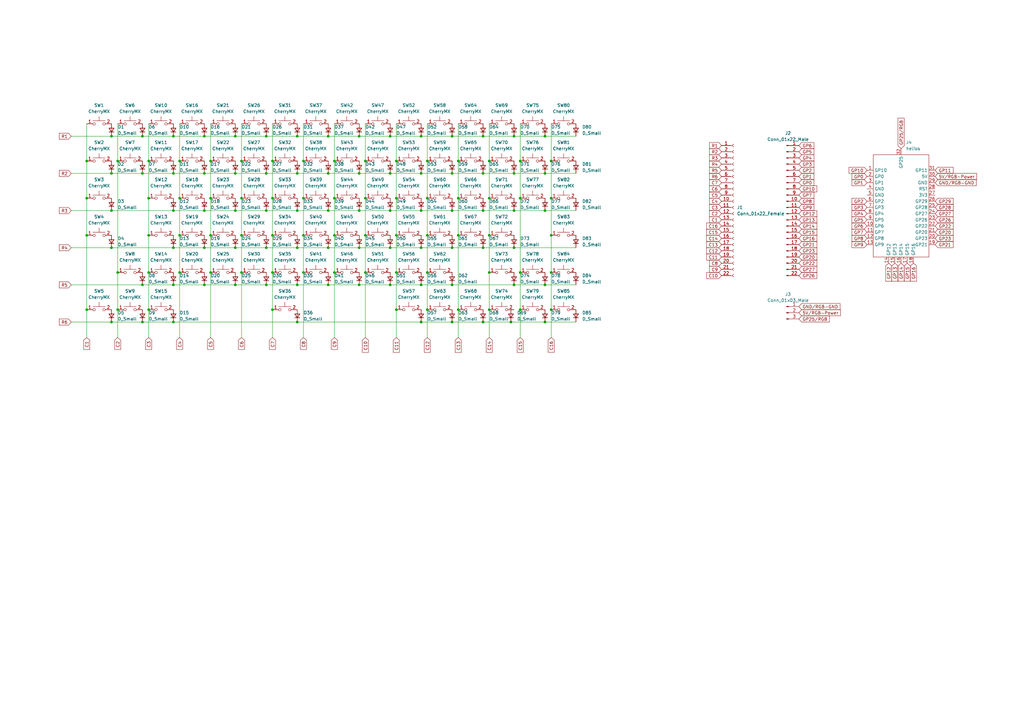
<source format=kicad_sch>
(kicad_sch (version 20211123) (generator eeschema)
  (paper "A3")
  (junction (at 226.06 81.28))
  (junction (at 99.06 96.52))
  (junction (at 96.52 116.84))
  (junction (at 175.26 96.52))
  (junction (at 71.12 55.88))
  (junction (at 124.46 66.04))
  (junction (at 160.02 116.84))
  (junction (at 226.06 66.04))
  (junction (at 187.96 81.28))
  (junction (at 124.46 96.52))
  (junction (at 172.72 86.36))
  (junction (at 71.12 132.08))
  (junction (at 73.66 81.28))
  (junction (at 137.16 81.28))
  (junction (at 187.96 96.52))
  (junction (at 83.82 55.88))
  (junction (at 198.12 132.08))
  (junction (at 58.42 132.08))
  (junction (at 48.26 111.76))
  (junction (at 134.62 55.88))
  (junction (at 160.02 86.36))
  (junction (at 200.66 66.04))
  (junction (at 83.82 116.84))
  (junction (at 160.02 101.6))
  (junction (at 185.42 55.88))
  (junction (at 48.26 66.04))
  (junction (at 134.62 101.6))
  (junction (at 185.42 101.6))
  (junction (at 198.12 71.12))
  (junction (at 73.66 96.52))
  (junction (at 162.56 96.52))
  (junction (at 226.06 127))
  (junction (at 35.56 81.28))
  (junction (at 200.66 81.28))
  (junction (at 198.12 55.88))
  (junction (at 198.12 101.6))
  (junction (at 58.42 116.84))
  (junction (at 175.26 66.04))
  (junction (at 213.36 127))
  (junction (at 35.56 66.04))
  (junction (at 48.26 127))
  (junction (at 200.66 96.52))
  (junction (at 71.12 101.6))
  (junction (at 86.36 111.76))
  (junction (at 147.32 101.6))
  (junction (at 210.82 86.36))
  (junction (at 35.56 127))
  (junction (at 99.06 81.28))
  (junction (at 175.26 111.76))
  (junction (at 121.92 101.6))
  (junction (at 60.96 127))
  (junction (at 223.52 71.12))
  (junction (at 109.22 71.12))
  (junction (at 35.56 96.52))
  (junction (at 147.32 86.36))
  (junction (at 160.02 55.88))
  (junction (at 109.22 101.6))
  (junction (at 109.22 86.36))
  (junction (at 109.22 55.88))
  (junction (at 223.52 55.88))
  (junction (at 149.86 96.52))
  (junction (at 99.06 111.76))
  (junction (at 162.56 66.04))
  (junction (at 124.46 81.28))
  (junction (at 187.96 66.04))
  (junction (at 121.92 116.84))
  (junction (at 60.96 81.28))
  (junction (at 162.56 127))
  (junction (at 175.26 81.28))
  (junction (at 175.26 127))
  (junction (at 111.76 96.52))
  (junction (at 200.66 127))
  (junction (at 147.32 71.12))
  (junction (at 134.62 71.12))
  (junction (at 71.12 86.36))
  (junction (at 111.76 127))
  (junction (at 71.12 71.12))
  (junction (at 226.06 96.52))
  (junction (at 149.86 66.04))
  (junction (at 172.72 101.6))
  (junction (at 121.92 86.36))
  (junction (at 109.22 116.84))
  (junction (at 209.55 132.08))
  (junction (at 147.32 55.88))
  (junction (at 71.12 116.84))
  (junction (at 162.56 81.28))
  (junction (at 86.36 96.52))
  (junction (at 137.16 66.04))
  (junction (at 172.72 116.84))
  (junction (at 223.52 132.08))
  (junction (at 58.42 55.88))
  (junction (at 99.06 66.04))
  (junction (at 162.56 111.76))
  (junction (at 121.92 132.08))
  (junction (at 96.52 86.36))
  (junction (at 172.72 55.88))
  (junction (at 96.52 55.88))
  (junction (at 45.72 101.6))
  (junction (at 83.82 101.6))
  (junction (at 185.42 86.36))
  (junction (at 210.82 101.6))
  (junction (at 83.82 86.36))
  (junction (at 200.66 111.76))
  (junction (at 60.96 96.52))
  (junction (at 86.36 66.04))
  (junction (at 73.66 66.04))
  (junction (at 58.42 71.12))
  (junction (at 226.06 111.76))
  (junction (at 83.82 71.12))
  (junction (at 96.52 71.12))
  (junction (at 160.02 71.12))
  (junction (at 213.36 111.76))
  (junction (at 137.16 96.52))
  (junction (at 121.92 71.12))
  (junction (at 223.52 86.36))
  (junction (at 45.72 132.08))
  (junction (at 111.76 81.28))
  (junction (at 172.72 132.08))
  (junction (at 137.16 111.76))
  (junction (at 185.42 132.08))
  (junction (at 210.82 55.88))
  (junction (at 149.86 81.28))
  (junction (at 185.42 116.84))
  (junction (at 134.62 116.84))
  (junction (at 134.62 86.36))
  (junction (at 111.76 66.04))
  (junction (at 147.32 116.84))
  (junction (at 223.52 116.84))
  (junction (at 149.86 111.76))
  (junction (at 45.72 55.88))
  (junction (at 210.82 71.12))
  (junction (at 86.36 81.28))
  (junction (at 187.96 127))
  (junction (at 213.36 81.28))
  (junction (at 45.72 71.12))
  (junction (at 121.92 55.88))
  (junction (at 124.46 111.76))
  (junction (at 60.96 111.76))
  (junction (at 45.72 86.36))
  (junction (at 198.12 86.36))
  (junction (at 172.72 71.12))
  (junction (at 185.42 71.12))
  (junction (at 210.82 116.84))
  (junction (at 96.52 101.6))
  (junction (at 60.96 66.04))
  (junction (at 73.66 111.76))
  (junction (at 213.36 66.04))
  (junction (at 111.76 111.76))
  (wire (pts (xy 185.42 71.12) (xy 198.12 71.12)))
  (wire (pts (xy 223.52 116.84) (xy 236.22 116.84)))
  (wire (pts (xy 29.21 132.08) (xy 45.72 132.08)))
  (wire (pts (xy 71.12 55.88) (xy 83.82 55.88)))
  (wire (pts (xy 226.06 81.28) (xy 226.06 96.52)))
  (wire (pts (xy 121.92 55.88) (xy 134.62 55.88)))
  (wire (pts (xy 83.82 101.6) (xy 96.52 101.6)))
  (wire (pts (xy 213.36 127) (xy 213.36 138.43)))
  (wire (pts (xy 200.66 50.8) (xy 200.66 66.04)))
  (wire (pts (xy 109.22 101.6) (xy 121.92 101.6)))
  (wire (pts (xy 198.12 86.36) (xy 210.82 86.36)))
  (wire (pts (xy 48.26 127) (xy 48.26 138.43)))
  (wire (pts (xy 96.52 86.36) (xy 109.22 86.36)))
  (wire (pts (xy 73.66 81.28) (xy 73.66 96.52)))
  (wire (pts (xy 172.72 71.12) (xy 185.42 71.12)))
  (wire (pts (xy 213.36 111.76) (xy 213.36 127)))
  (wire (pts (xy 147.32 86.36) (xy 160.02 86.36)))
  (wire (pts (xy 71.12 86.36) (xy 83.82 86.36)))
  (wire (pts (xy 147.32 55.88) (xy 160.02 55.88)))
  (wire (pts (xy 99.06 66.04) (xy 99.06 81.28)))
  (wire (pts (xy 99.06 96.52) (xy 99.06 111.76)))
  (wire (pts (xy 60.96 66.04) (xy 60.96 81.28)))
  (wire (pts (xy 29.21 116.84) (xy 58.42 116.84)))
  (wire (pts (xy 124.46 50.8) (xy 124.46 66.04)))
  (wire (pts (xy 111.76 66.04) (xy 111.76 81.28)))
  (wire (pts (xy 198.12 132.08) (xy 209.55 132.08)))
  (wire (pts (xy 58.42 116.84) (xy 71.12 116.84)))
  (wire (pts (xy 226.06 111.76) (xy 226.06 127)))
  (wire (pts (xy 185.42 55.88) (xy 198.12 55.88)))
  (wire (pts (xy 121.92 101.6) (xy 134.62 101.6)))
  (wire (pts (xy 83.82 55.88) (xy 96.52 55.88)))
  (wire (pts (xy 121.92 71.12) (xy 134.62 71.12)))
  (wire (pts (xy 86.36 66.04) (xy 86.36 81.28)))
  (wire (pts (xy 86.36 81.28) (xy 86.36 96.52)))
  (wire (pts (xy 172.72 132.08) (xy 185.42 132.08)))
  (wire (pts (xy 198.12 71.12) (xy 210.82 71.12)))
  (wire (pts (xy 187.96 127) (xy 187.96 138.43)))
  (wire (pts (xy 45.72 101.6) (xy 71.12 101.6)))
  (wire (pts (xy 137.16 66.04) (xy 137.16 81.28)))
  (wire (pts (xy 175.26 127) (xy 175.26 138.43)))
  (wire (pts (xy 175.26 96.52) (xy 175.26 111.76)))
  (wire (pts (xy 109.22 55.88) (xy 121.92 55.88)))
  (wire (pts (xy 60.96 96.52) (xy 60.96 111.76)))
  (wire (pts (xy 48.26 50.8) (xy 48.26 66.04)))
  (wire (pts (xy 124.46 111.76) (xy 124.46 138.43)))
  (wire (pts (xy 160.02 55.88) (xy 172.72 55.88)))
  (wire (pts (xy 35.56 66.04) (xy 35.56 81.28)))
  (wire (pts (xy 60.96 127) (xy 60.96 138.43)))
  (wire (pts (xy 198.12 55.88) (xy 210.82 55.88)))
  (wire (pts (xy 213.36 81.28) (xy 213.36 111.76)))
  (wire (pts (xy 172.72 55.88) (xy 185.42 55.88)))
  (wire (pts (xy 187.96 66.04) (xy 187.96 81.28)))
  (wire (pts (xy 111.76 111.76) (xy 111.76 127)))
  (wire (pts (xy 35.56 96.52) (xy 35.56 127)))
  (wire (pts (xy 213.36 50.8) (xy 213.36 66.04)))
  (wire (pts (xy 60.96 50.8) (xy 60.96 66.04)))
  (wire (pts (xy 210.82 101.6) (xy 236.22 101.6)))
  (wire (pts (xy 35.56 50.8) (xy 35.56 66.04)))
  (wire (pts (xy 185.42 101.6) (xy 198.12 101.6)))
  (wire (pts (xy 109.22 71.12) (xy 121.92 71.12)))
  (wire (pts (xy 73.66 111.76) (xy 73.66 138.43)))
  (wire (pts (xy 121.92 86.36) (xy 134.62 86.36)))
  (wire (pts (xy 48.26 66.04) (xy 48.26 111.76)))
  (wire (pts (xy 147.32 71.12) (xy 160.02 71.12)))
  (wire (pts (xy 35.56 81.28) (xy 35.56 96.52)))
  (wire (pts (xy 137.16 96.52) (xy 137.16 111.76)))
  (wire (pts (xy 73.66 96.52) (xy 73.66 111.76)))
  (wire (pts (xy 137.16 81.28) (xy 137.16 96.52)))
  (wire (pts (xy 213.36 66.04) (xy 213.36 81.28)))
  (wire (pts (xy 162.56 111.76) (xy 162.56 127)))
  (wire (pts (xy 160.02 101.6) (xy 172.72 101.6)))
  (wire (pts (xy 175.26 111.76) (xy 175.26 127)))
  (wire (pts (xy 45.72 86.36) (xy 71.12 86.36)))
  (wire (pts (xy 45.72 132.08) (xy 58.42 132.08)))
  (wire (pts (xy 223.52 132.08) (xy 236.22 132.08)))
  (wire (pts (xy 200.66 66.04) (xy 200.66 81.28)))
  (wire (pts (xy 226.06 50.8) (xy 226.06 66.04)))
  (wire (pts (xy 223.52 55.88) (xy 236.22 55.88)))
  (wire (pts (xy 96.52 116.84) (xy 109.22 116.84)))
  (wire (pts (xy 209.55 127) (xy 210.82 127)))
  (wire (pts (xy 210.82 55.88) (xy 223.52 55.88)))
  (wire (pts (xy 111.76 50.8) (xy 111.76 66.04)))
  (wire (pts (xy 86.36 111.76) (xy 86.36 138.43)))
  (wire (pts (xy 58.42 71.12) (xy 71.12 71.12)))
  (wire (pts (xy 124.46 96.52) (xy 124.46 111.76)))
  (wire (pts (xy 58.42 132.08) (xy 71.12 132.08)))
  (wire (pts (xy 200.66 96.52) (xy 200.66 111.76)))
  (wire (pts (xy 124.46 81.28) (xy 124.46 96.52)))
  (wire (pts (xy 29.21 71.12) (xy 45.72 71.12)))
  (wire (pts (xy 175.26 66.04) (xy 175.26 81.28)))
  (wire (pts (xy 109.22 86.36) (xy 121.92 86.36)))
  (wire (pts (xy 137.16 50.8) (xy 137.16 66.04)))
  (wire (pts (xy 226.06 127) (xy 226.06 138.43)))
  (wire (pts (xy 48.26 111.76) (xy 48.26 127)))
  (wire (pts (xy 160.02 71.12) (xy 172.72 71.12)))
  (wire (pts (xy 83.82 116.84) (xy 96.52 116.84)))
  (wire (pts (xy 111.76 96.52) (xy 111.76 111.76)))
  (wire (pts (xy 198.12 101.6) (xy 210.82 101.6)))
  (wire (pts (xy 109.22 116.84) (xy 121.92 116.84)))
  (wire (pts (xy 175.26 50.8) (xy 175.26 66.04)))
  (wire (pts (xy 149.86 81.28) (xy 149.86 96.52)))
  (wire (pts (xy 99.06 111.76) (xy 99.06 138.43)))
  (wire (pts (xy 134.62 86.36) (xy 147.32 86.36)))
  (wire (pts (xy 58.42 55.88) (xy 71.12 55.88)))
  (wire (pts (xy 172.72 101.6) (xy 185.42 101.6)))
  (wire (pts (xy 162.56 127) (xy 162.56 138.43)))
  (wire (pts (xy 149.86 111.76) (xy 149.86 138.43)))
  (wire (pts (xy 73.66 50.8) (xy 73.66 66.04)))
  (wire (pts (xy 226.06 96.52) (xy 226.06 111.76)))
  (wire (pts (xy 121.92 132.08) (xy 172.72 132.08)))
  (wire (pts (xy 160.02 116.84) (xy 172.72 116.84)))
  (wire (pts (xy 185.42 132.08) (xy 198.12 132.08)))
  (wire (pts (xy 60.96 111.76) (xy 60.96 127)))
  (wire (pts (xy 160.02 86.36) (xy 172.72 86.36)))
  (wire (pts (xy 99.06 81.28) (xy 99.06 96.52)))
  (wire (pts (xy 200.66 127) (xy 200.66 138.43)))
  (wire (pts (xy 187.96 81.28) (xy 187.96 96.52)))
  (wire (pts (xy 83.82 71.12) (xy 96.52 71.12)))
  (wire (pts (xy 45.72 55.88) (xy 58.42 55.88)))
  (wire (pts (xy 60.96 81.28) (xy 60.96 96.52)))
  (wire (pts (xy 134.62 55.88) (xy 147.32 55.88)))
  (wire (pts (xy 71.12 116.84) (xy 83.82 116.84)))
  (wire (pts (xy 226.06 66.04) (xy 226.06 81.28)))
  (wire (pts (xy 149.86 66.04) (xy 149.86 81.28)))
  (wire (pts (xy 96.52 101.6) (xy 109.22 101.6)))
  (wire (pts (xy 111.76 127) (xy 111.76 138.43)))
  (wire (pts (xy 29.21 86.36) (xy 45.72 86.36)))
  (wire (pts (xy 172.72 86.36) (xy 185.42 86.36)))
  (wire (pts (xy 187.96 96.52) (xy 187.96 127)))
  (wire (pts (xy 45.72 71.12) (xy 58.42 71.12)))
  (wire (pts (xy 29.21 101.6) (xy 45.72 101.6)))
  (wire (pts (xy 121.92 116.84) (xy 134.62 116.84)))
  (wire (pts (xy 29.21 55.88) (xy 45.72 55.88)))
  (wire (pts (xy 96.52 55.88) (xy 109.22 55.88)))
  (wire (pts (xy 149.86 96.52) (xy 149.86 111.76)))
  (wire (pts (xy 223.52 71.12) (xy 236.22 71.12)))
  (wire (pts (xy 134.62 71.12) (xy 147.32 71.12)))
  (wire (pts (xy 71.12 132.08) (xy 121.92 132.08)))
  (wire (pts (xy 210.82 116.84) (xy 223.52 116.84)))
  (wire (pts (xy 111.76 81.28) (xy 111.76 96.52)))
  (wire (pts (xy 124.46 66.04) (xy 124.46 81.28)))
  (wire (pts (xy 200.66 81.28) (xy 200.66 96.52)))
  (wire (pts (xy 147.32 101.6) (xy 160.02 101.6)))
  (wire (pts (xy 210.82 86.36) (xy 223.52 86.36)))
  (wire (pts (xy 35.56 127) (xy 35.56 138.43)))
  (wire (pts (xy 149.86 50.8) (xy 149.86 66.04)))
  (wire (pts (xy 86.36 96.52) (xy 86.36 111.76)))
  (wire (pts (xy 134.62 101.6) (xy 147.32 101.6)))
  (wire (pts (xy 223.52 86.36) (xy 236.22 86.36)))
  (wire (pts (xy 187.96 50.8) (xy 187.96 66.04)))
  (wire (pts (xy 200.66 111.76) (xy 200.66 127)))
  (wire (pts (xy 172.72 116.84) (xy 185.42 116.84)))
  (wire (pts (xy 147.32 116.84) (xy 160.02 116.84)))
  (wire (pts (xy 210.82 71.12) (xy 223.52 71.12)))
  (wire (pts (xy 209.55 132.08) (xy 223.52 132.08)))
  (wire (pts (xy 185.42 86.36) (xy 198.12 86.36)))
  (wire (pts (xy 137.16 111.76) (xy 137.16 138.43)))
  (wire (pts (xy 73.66 66.04) (xy 73.66 81.28)))
  (wire (pts (xy 162.56 66.04) (xy 162.56 81.28)))
  (wire (pts (xy 99.06 50.8) (xy 99.06 66.04)))
  (wire (pts (xy 162.56 96.52) (xy 162.56 111.76)))
  (wire (pts (xy 162.56 50.8) (xy 162.56 66.04)))
  (wire (pts (xy 162.56 81.28) (xy 162.56 96.52)))
  (wire (pts (xy 185.42 116.84) (xy 210.82 116.84)))
  (wire (pts (xy 96.52 71.12) (xy 109.22 71.12)))
  (wire (pts (xy 175.26 81.28) (xy 175.26 96.52)))
  (wire (pts (xy 71.12 71.12) (xy 83.82 71.12)))
  (wire (pts (xy 83.82 86.36) (xy 96.52 86.36)))
  (wire (pts (xy 86.36 50.8) (xy 86.36 66.04)))
  (wire (pts (xy 134.62 116.84) (xy 147.32 116.84)))
  (wire (pts (xy 71.12 101.6) (xy 83.82 101.6)))
  (global_label "GP10" (shape input) (at 355.6 69.85 180) (property "Intersheet References" "${INTERSHEET_REFS}" (effects hide)))
  (global_label "GP16" (shape input) (at 327.66 97.79 0) (property "Intersheet References" "${INTERSHEET_REFS}" (effects hide)))
  (global_label "GP15" (shape input) (at 372.11 107.95 270) (property "Intersheet References" "${INTERSHEET_REFS}" (effects hide)))
  (global_label "GND{slash}RGB-GND" (shape input) (at 327.66 125.73 0) (property "Intersheet References" "${INTERSHEET_REFS}" (effects hide)))
  (global_label "C9" (shape input) (at 295.91 110.49 180) (property "Intersheet References" "${INTERSHEET_REFS}" (effects hide)))
  (global_label "C15" (shape input) (at 213.36 138.43 270) (property "Intersheet References" "${INTERSHEET_REFS}" (effects hide)))
  (global_label "R5" (shape input) (at 29.21 116.84 180) (property "Intersheet References" "${INTERSHEET_REFS}" (effects hide)))
  (global_label "GP27" (shape input) (at 383.54 87.63 0) (property "Intersheet References" "${INTERSHEET_REFS}" (effects hide)))
  (global_label "GP6" (shape input) (at 327.66 59.69 0) (property "Intersheet References" "${INTERSHEET_REFS}" (effects hide)))
  (global_label "C13" (shape input) (at 295.91 100.33 180) (property "Intersheet References" "${INTERSHEET_REFS}" (effects hide)))
  (global_label "GND{slash}RGB-GND" (shape input) (at 383.54 74.93 0) (property "Intersheet References" "${INTERSHEET_REFS}" (effects hide)))
  (global_label "R2" (shape input) (at 29.21 71.12 180) (property "Intersheet References" "${INTERSHEET_REFS}" (effects hide)))
  (global_label "C7" (shape input) (at 111.76 138.43 270) (property "Intersheet References" "${INTERSHEET_REFS}" (effects hide)))
  (global_label "C10" (shape input) (at 295.91 113.03 180) (property "Intersheet References" "${INTERSHEET_REFS}" (effects hide)))
  (global_label "C6" (shape input) (at 295.91 77.47 180) (property "Intersheet References" "${INTERSHEET_REFS}" (effects hide)))
  (global_label "R5" (shape input) (at 295.91 69.85 180) (property "Intersheet References" "${INTERSHEET_REFS}" (effects hide)))
  (global_label "C4" (shape input) (at 295.91 82.55 180) (property "Intersheet References" "${INTERSHEET_REFS}" (effects hide)))
  (global_label "GP23" (shape input) (at 327.66 102.87 0) (property "Intersheet References" "${INTERSHEET_REFS}" (effects hide)))
  (global_label "5V{slash}RGB-Power" (shape input) (at 327.66 128.27 0) (property "Intersheet References" "${INTERSHEET_REFS}" (effects hide)))
  (global_label "GP14" (shape input) (at 327.66 92.71 0) (property "Intersheet References" "${INTERSHEET_REFS}" (effects hide)))
  (global_label "C8" (shape input) (at 295.91 107.95 180) (property "Intersheet References" "${INTERSHEET_REFS}" (effects hide)))
  (global_label "GP1" (shape input) (at 355.6 74.93 180) (property "Intersheet References" "${INTERSHEET_REFS}" (effects hide)))
  (global_label "C11" (shape input) (at 162.56 138.43 270) (property "Intersheet References" "${INTERSHEET_REFS}" (effects hide)))
  (global_label "GP29" (shape input) (at 383.54 82.55 0) (property "Intersheet References" "${INTERSHEET_REFS}" (effects hide)))
  (global_label "R2" (shape input) (at 295.91 62.23 180) (property "Intersheet References" "${INTERSHEET_REFS}" (effects hide)))
  (global_label "C4" (shape input) (at 73.66 138.43 270) (property "Intersheet References" "${INTERSHEET_REFS}" (effects hide)))
  (global_label "GP4" (shape input) (at 355.6 87.63 180) (property "Intersheet References" "${INTERSHEET_REFS}" (effects hide)))
  (global_label "GP7" (shape input) (at 327.66 80.01 0) (property "Intersheet References" "${INTERSHEET_REFS}" (effects hide)))
  (global_label "GP5" (shape input) (at 355.6 90.17 180) (property "Intersheet References" "${INTERSHEET_REFS}" (effects hide)))
  (global_label "GP23" (shape input) (at 383.54 97.79 0) (property "Intersheet References" "${INTERSHEET_REFS}" (effects hide)))
  (global_label "GP7" (shape input) (at 355.6 95.25 180) (property "Intersheet References" "${INTERSHEET_REFS}" (effects hide)))
  (global_label "GP13" (shape input) (at 367.03 107.95 270) (property "Intersheet References" "${INTERSHEET_REFS}" (effects hide)))
  (global_label "GP25{slash}RGB" (shape input) (at 369.57 60.96 90) (property "Intersheet References" "${INTERSHEET_REFS}" (effects hide)))
  (global_label "C1" (shape input) (at 35.56 138.43 270) (property "Intersheet References" "${INTERSHEET_REFS}" (effects hide)))
  (global_label "GP1" (shape input) (at 327.66 72.39 0) (property "Intersheet References" "${INTERSHEET_REFS}" (effects hide)))
  (global_label "GP3" (shape input) (at 327.66 67.31 0) (property "Intersheet References" "${INTERSHEET_REFS}" (effects hide)))
  (global_label "C15" (shape input) (at 295.91 95.25 180) (property "Intersheet References" "${INTERSHEET_REFS}" (effects hide)))
  (global_label "GP20" (shape input) (at 327.66 105.41 0) (property "Intersheet References" "${INTERSHEET_REFS}" (effects hide)))
  (global_label "GP8" (shape input) (at 327.66 82.55 0) (property "Intersheet References" "${INTERSHEET_REFS}" (effects hide)))
  (global_label "GP21" (shape input) (at 383.54 100.33 0) (property "Intersheet References" "${INTERSHEET_REFS}" (effects hide)))
  (global_label "GP0" (shape input) (at 327.66 74.93 0) (property "Intersheet References" "${INTERSHEET_REFS}" (effects hide)))
  (global_label "GP2" (shape input) (at 355.6 82.55 180) (property "Intersheet References" "${INTERSHEET_REFS}" (effects hide)))
  (global_label "GP9" (shape input) (at 355.6 100.33 180) (property "Intersheet References" "${INTERSHEET_REFS}" (effects hide)))
  (global_label "R1" (shape input) (at 295.91 59.69 180) (property "Intersheet References" "${INTERSHEET_REFS}" (effects hide)))
  (global_label "C12" (shape input) (at 295.91 102.87 180) (property "Intersheet References" "${INTERSHEET_REFS}" (effects hide)))
  (global_label "C14" (shape input) (at 295.91 97.79 180) (property "Intersheet References" "${INTERSHEET_REFS}" (effects hide)))
  (global_label "C7" (shape input) (at 295.91 74.93 180) (property "Intersheet References" "${INTERSHEET_REFS}" (effects hide)))
  (global_label "GP10" (shape input) (at 327.66 77.47 0) (property "Intersheet References" "${INTERSHEET_REFS}" (effects hide)))
  (global_label "C2" (shape input) (at 295.91 87.63 180) (property "Intersheet References" "${INTERSHEET_REFS}" (effects hide)))
  (global_label "GP20" (shape input) (at 383.54 95.25 0) (property "Intersheet References" "${INTERSHEET_REFS}" (effects hide)))
  (global_label "GP25{slash}RGB" (shape input) (at 327.66 130.81 0) (property "Intersheet References" "${INTERSHEET_REFS}" (effects hide)))
  (global_label "C2" (shape input) (at 48.26 138.43 270) (property "Intersheet References" "${INTERSHEET_REFS}" (effects hide)))
  (global_label "C9" (shape input) (at 137.16 138.43 270) (property "Intersheet References" "${INTERSHEET_REFS}" (effects hide)))
  (global_label "GP14" (shape input) (at 369.57 107.95 270) (property "Intersheet References" "${INTERSHEET_REFS}" (effects hide)))
  (global_label "C16" (shape input) (at 295.91 92.71 180) (property "Intersheet References" "${INTERSHEET_REFS}" (effects hide)))
  (global_label "GP11" (shape input) (at 383.54 69.85 0) (property "Intersheet References" "${INTERSHEET_REFS}" (effects hide)))
  (global_label "C13" (shape input) (at 187.96 138.43 270) (property "Intersheet References" "${INTERSHEET_REFS}" (effects hide)))
  (global_label "R6" (shape input) (at 29.21 132.08 180) (property "Intersheet References" "${INTERSHEET_REFS}" (effects hide)))
  (global_label "GP2" (shape input) (at 327.66 69.85 0) (property "Intersheet References" "${INTERSHEET_REFS}" (effects hide)))
  (global_label "R3" (shape input) (at 295.91 64.77 180) (property "Intersheet References" "${INTERSHEET_REFS}" (effects hide)))
  (global_label "GP6" (shape input) (at 355.6 92.71 180) (property "Intersheet References" "${INTERSHEET_REFS}" (effects hide)))
  (global_label "C12" (shape input) (at 175.26 138.43 270) (property "Intersheet References" "${INTERSHEET_REFS}" (effects hide)))
  (global_label "GP16" (shape input) (at 374.65 107.95 270) (property "Intersheet References" "${INTERSHEET_REFS}" (effects hide)))
  (global_label "GP26" (shape input) (at 383.54 90.17 0) (property "Intersheet References" "${INTERSHEET_REFS}" (effects hide)))
  (global_label "5V{slash}RGB-Power" (shape input) (at 383.54 72.39 0) (property "Intersheet References" "${INTERSHEET_REFS}" (effects hide)))
  (global_label "GP27" (shape input) (at 327.66 110.49 0) (property "Intersheet References" "${INTERSHEET_REFS}" (effects hide)))
  (global_label "C10" (shape input) (at 149.86 138.43 270) (property "Intersheet References" "${INTERSHEET_REFS}" (effects hide)))
  (global_label "GP8" (shape input) (at 355.6 97.79 180) (property "Intersheet References" "${INTERSHEET_REFS}" (effects hide)))
  (global_label "C5" (shape input) (at 295.91 80.01 180) (property "Intersheet References" "${INTERSHEET_REFS}" (effects hide)))
  (global_label "GP4" (shape input) (at 327.66 64.77 0) (property "Intersheet References" "${INTERSHEET_REFS}" (effects hide)))
  (global_label "R3" (shape input) (at 29.21 86.36 180) (property "Intersheet References" "${INTERSHEET_REFS}" (effects hide)))
  (global_label "C11" (shape input) (at 295.91 105.41 180) (property "Intersheet References" "${INTERSHEET_REFS}" (effects hide)))
  (global_label "GP22" (shape input) (at 327.66 107.95 0) (property "Intersheet References" "${INTERSHEET_REFS}" (effects hide)))
  (global_label "C1" (shape input) (at 295.91 90.17 180) (property "Intersheet References" "${INTERSHEET_REFS}" (effects hide)))
  (global_label "C14" (shape input) (at 200.66 138.43 270) (property "Intersheet References" "${INTERSHEET_REFS}" (effects hide)))
  (global_label "C3" (shape input) (at 295.91 85.09 180) (property "Intersheet References" "${INTERSHEET_REFS}" (effects hide)))
  (global_label "C16" (shape input) (at 226.06 138.3955 270) (property "Intersheet References" "${INTERSHEET_REFS}" (effects hide)))
  (global_label "GP15" (shape input) (at 327.66 95.25 0) (property "Intersheet References" "${INTERSHEET_REFS}" (effects hide)))
  (global_label "C3" (shape input) (at 60.96 138.43 270) (property "Intersheet References" "${INTERSHEET_REFS}" (effects hide)))
  (global_label "GP3" (shape input) (at 355.6 85.09 180) (property "Intersheet References" "${INTERSHEET_REFS}" (effects hide)))
  (global_label "GP21" (shape input) (at 327.66 100.33 0) (property "Intersheet References" "${INTERSHEET_REFS}" (effects hide)))
  (global_label "GP22" (shape input) (at 383.54 92.71 0) (property "Intersheet References" "${INTERSHEET_REFS}" (effects hide)))
  (global_label "GP5" (shape input) (at 327.66 62.23 0) (property "Intersheet References" "${INTERSHEET_REFS}" (effects hide)))
  (global_label "R4" (shape input) (at 29.21 101.6 180) (property "Intersheet References" "${INTERSHEET_REFS}" (effects hide)))
  (global_label "GP9" (shape input) (at 327.66 85.09 0) (property "Intersheet References" "${INTERSHEET_REFS}" (effects hide)))
  (global_label "GP12" (shape input) (at 364.49 107.95 270) (property "Intersheet References" "${INTERSHEET_REFS}" (effects hide)))
  (global_label "GP0" (shape input) (at 355.6 72.39 180) (property "Intersheet References" "${INTERSHEET_REFS}" (effects hide)))
  (global_label "GP28" (shape input) (at 383.54 85.09 0) (property "Intersheet References" "${INTERSHEET_REFS}" (effects hide)))
  (global_label "GP12" (shape input) (at 327.66 87.63 0) (property "Intersheet References" "${INTERSHEET_REFS}" (effects hide)))
  (global_label "C6" (shape input) (at 99.06 138.43 270) (property "Intersheet References" "${INTERSHEET_REFS}" (effects hide)))
  (global_label "R1" (shape input) (at 29.21 55.88 180) (property "Intersheet References" "${INTERSHEET_REFS}" (effects hide)))
  (global_label "R6" (shape input) (at 295.91 72.39 180) (property "Intersheet References" "${INTERSHEET_REFS}" (effects hide)))
  (global_label "C5" (shape input) (at 86.36 138.43 270) (property "Intersheet References" "${INTERSHEET_REFS}" (effects hide)))
  (global_label "GP13" (shape input) (at 327.66 90.17 0) (property "Intersheet References" "${INTERSHEET_REFS}" (effects hide)))
  (global_label "C8" (shape input) (at 124.46 138.43 270) (property "Intersheet References" "${INTERSHEET_REFS}" (effects hide)))
  (global_label "GP26" (shape input) (at 327.66 113.03 0) (property "Intersheet References" "${INTERSHEET_REFS}" (effects hide)))
  (global_label "R4" (shape input) (at 295.91 67.31 180) (property "Intersheet References" "${INTERSHEET_REFS}" (effects hide)))
  (symbol (lib_id "CherryMX:CherryMX") (at 40.64 127 0) (unit 1)
    (property "Reference" "SW5" (at 40.64 119.38 0))
    (property "Value" "CherryMX" (at 40.64 121.92 0))
    (property "Footprint" "Button_Switch_Keyboard:SW_Cherry_MX_2.25u_PCB" (effects hide))
  )
  (symbol (lib_id "Device:D_Small") (at 96.52 53.34 90) (unit 1)
    (property "Reference" "D21" (at 99.06 52.0699 90) (effects (justify right)))
    (property "Value" "D_Small" (at 99.06 54.6099 90) (effects (justify right)))
    (property "Footprint" "Diode_SMD:D_SOD-123" (effects hide))
  )
  (symbol (lib_id "CherryMX:CherryMX") (at 180.34 50.8 0) (unit 1)
    (property "Reference" "SW58" (at 180.34 43.18 0))
    (property "Value" "CherryMX" (at 180.34 45.72 0))
    (property "Footprint" "Button_Switch_Keyboard:SW_Cherry_MX_1.00u_PCB" (effects hide))
  )
  (symbol (lib_id "CherryMX:CherryMX") (at 142.24 81.28 0) (unit 1)
    (property "Reference" "SW44" (at 142.24 73.66 0))
    (property "Value" "CherryMX" (at 142.24 76.2 0))
    (property "Footprint" "Button_Switch_Keyboard:SW_Cherry_MX_1.00u_PCB" (effects hide))
  )
  (symbol (lib_id "CherryMX:CherryMX") (at 53.34 66.04 0) (unit 1)
    (property "Reference" "SW7" (at 53.34 58.42 0))
    (property "Value" "CherryMX" (at 53.34 60.96 0))
    (property "Footprint" "Button_Switch_Keyboard:SW_Cherry_MX_1.00u_PCB" (effects hide))
  )
  (symbol (lib_id "CherryMX:CherryMX") (at 218.44 127 0) (unit 1)
    (property "Reference" "SW79" (at 218.44 119.38 0))
    (property "Value" "CherryMX" (at 218.44 121.92 0))
    (property "Footprint" "Button_Switch_Keyboard:SW_Cherry_MX_1.00u_PCB" (effects hide))
  )
  (symbol (lib_id "Device:D_Small") (at 58.42 68.58 90) (unit 1)
    (property "Reference" "D7" (at 60.96 67.3099 90) (effects (justify right)))
    (property "Value" "D_Small" (at 60.96 69.8499 90) (effects (justify right)))
    (property "Footprint" "Diode_SMD:D_SOD-123" (effects hide))
  )
  (symbol (lib_id "CherryMX:CherryMX") (at 129.54 66.04 0) (unit 1)
    (property "Reference" "SW38" (at 129.54 58.42 0))
    (property "Value" "CherryMX" (at 129.54 60.96 0))
    (property "Footprint" "Button_Switch_Keyboard:SW_Cherry_MX_1.00u_PCB" (effects hide))
  )
  (symbol (lib_id "CherryMX:CherryMX") (at 142.24 96.52 0) (unit 1)
    (property "Reference" "SW45" (at 142.24 88.9 0))
    (property "Value" "CherryMX" (at 142.24 91.44 0))
    (property "Footprint" "Button_Switch_Keyboard:SW_Cherry_MX_1.00u_PCB" (effects hide))
  )
  (symbol (lib_id "CherryMX:CherryMX") (at 53.34 111.76 0) (unit 1)
    (property "Reference" "SW8" (at 53.34 104.14 0))
    (property "Value" "CherryMX" (at 53.34 106.68 0))
    (property "Footprint" "Button_Switch_Keyboard:SW_Cherry_MX_1.00u_PCB" (effects hide))
  )
  (symbol (lib_id "CherryMX:CherryMX") (at 116.84 111.76 0) (unit 1)
    (property "Reference" "SW35" (at 116.84 104.14 0))
    (property "Value" "CherryMX" (at 116.84 106.68 0))
    (property "Footprint" "Button_Switch_Keyboard:SW_Cherry_MX_1.00u_PCB" (effects hide))
  )
  (symbol (lib_id "CherryMX:CherryMX") (at 116.84 50.8 0) (unit 1)
    (property "Reference" "SW31" (at 116.84 43.18 0))
    (property "Value" "CherryMX" (at 116.84 45.72 0))
    (property "Footprint" "Button_Switch_Keyboard:SW_Cherry_MX_1.00u_PCB" (effects hide))
  )
  (symbol (lib_id "Device:D_Small") (at 134.62 114.3 90) (unit 1)
    (property "Reference" "D41" (at 137.16 113.0299 90) (effects (justify right)))
    (property "Value" "D_Small" (at 137.16 115.5699 90) (effects (justify right)))
    (property "Footprint" "Diode_SMD:D_SOD-123" (effects hide))
  )
  (symbol (lib_id "Device:D_Small") (at 223.52 114.3 90) (unit 1)
    (property "Reference" "D78" (at 226.06 113.0299 90) (effects (justify right)))
    (property "Value" "D_Small" (at 226.06 115.5699 90) (effects (justify right)))
    (property "Footprint" "Diode_SMD:D_SOD-123" (effects hide))
  )
  (symbol (lib_id "Connector:Conn_01x22_Female") (at 300.99 85.09 0) (unit 1)
    (property "Reference" "J1" (at 302.26 85.0899 0) (effects (justify left)))
    (property "Value" "Conn_01x22_Female" (at 302.26 87.6299 0) (effects (justify left)))
    (property "Footprint" "Connector_FFC-FPC:Hirose_FH12-22S-0.5SH_1x22-1MP_P0.50mm_Horizontal" (effects hide))
  )
  (symbol (lib_id "Device:D_Small") (at 134.62 83.82 90) (unit 1)
    (property "Reference" "D39" (at 137.16 82.5499 90) (effects (justify right)))
    (property "Value" "D_Small" (at 137.16 85.0899 90) (effects (justify right)))
    (property "Footprint" "Diode_SMD:D_SOD-123" (effects hide))
  )
  (symbol (lib_id "Device:D_Small") (at 236.22 114.3 90) (unit 1)
    (property "Reference" "D84" (at 238.76 113.0299 90) (effects (justify right)))
    (property "Value" "D_Small" (at 238.76 115.5699 90) (effects (justify right)))
    (property "Footprint" "Diode_SMD:D_SOD-123" (effects hide))
  )
  (symbol (lib_id "CherryMX:CherryMX") (at 167.64 50.8 0) (unit 1)
    (property "Reference" "SW52" (at 167.64 43.18 0))
    (property "Value" "CherryMX" (at 167.64 45.72 0))
    (property "Footprint" "Button_Switch_Keyboard:SW_Cherry_MX_1.00u_PCB" (effects hide))
  )
  (symbol (lib_id "Device:D_Small") (at 45.72 99.06 90) (unit 1)
    (property "Reference" "D4" (at 48.26 97.7899 90) (effects (justify right)))
    (property "Value" "D_Small" (at 48.26 100.3299 90) (effects (justify right)))
    (property "Footprint" "Diode_SMD:D_SOD-123" (effects hide))
  )
  (symbol (lib_id "Device:D_Small") (at 147.32 83.82 90) (unit 1)
    (property "Reference" "D44" (at 149.86 82.5499 90) (effects (justify right)))
    (property "Value" "D_Small" (at 149.86 85.0899 90) (effects (justify right)))
    (property "Footprint" "Diode_SMD:D_SOD-123" (effects hide))
  )
  (symbol (lib_id "CherryMX:CherryMX") (at 116.84 81.28 0) (unit 1)
    (property "Reference" "SW33" (at 116.84 73.66 0))
    (property "Value" "CherryMX" (at 116.84 76.2 0))
    (property "Footprint" "Button_Switch_Keyboard:SW_Cherry_MX_1.00u_PCB" (effects hide))
  )
  (symbol (lib_id "Device:D_Small") (at 185.42 83.82 90) (unit 1)
    (property "Reference" "D60" (at 187.96 82.5499 90) (effects (justify right)))
    (property "Value" "D_Small" (at 187.96 85.0899 90) (effects (justify right)))
    (property "Footprint" "Diode_SMD:D_SOD-123" (effects hide))
  )
  (symbol (lib_id "CherryMX:CherryMX") (at 167.64 127 0) (unit 1)
    (property "Reference" "SW57" (at 167.64 119.38 0))
    (property "Value" "CherryMX" (at 167.64 121.92 0))
    (property "Footprint" "Button_Switch_Keyboard:SW_Cherry_MX_1.00u_PCB" (effects hide))
  )
  (symbol (lib_id "Device:D_Small") (at 172.72 129.54 90) (unit 1)
    (property "Reference" "D57" (at 175.26 128.2699 90) (effects (justify right)))
    (property "Value" "D_Small" (at 175.26 130.8099 90) (effects (justify right)))
    (property "Footprint" "Diode_SMD:D_SOD-123" (effects hide))
  )
  (symbol (lib_id "Device:D_Small") (at 210.82 114.3 90) (unit 1)
    (property "Reference" "D74" (at 213.36 113.0299 90) (effects (justify right)))
    (property "Value" "D_Small" (at 213.36 115.5699 90) (effects (justify right)))
    (property "Footprint" "Diode_SMD:D_SOD-123" (effects hide))
  )
  (symbol (lib_id "CherryMX:CherryMX") (at 167.64 96.52 0) (unit 1)
    (property "Reference" "SW55" (at 167.64 88.9 0))
    (property "Value" "CherryMX" (at 167.64 91.44 0))
    (property "Footprint" "Button_Switch_Keyboard:SW_Cherry_MX_1.25u_PCB" (effects hide))
  )
  (symbol (lib_id "CherryMX:CherryMX") (at 91.44 66.04 0) (unit 1)
    (property "Reference" "SW22" (at 91.44 58.42 0))
    (property "Value" "CherryMX" (at 91.44 60.96 0))
    (property "Footprint" "Button_Switch_Keyboard:SW_Cherry_MX_1.00u_PCB" (effects hide))
  )
  (symbol (lib_id "Device:D_Small") (at 58.42 114.3 90) (unit 1)
    (property "Reference" "D8" (at 60.96 113.0299 90) (effects (justify right)))
    (property "Value" "D_Small" (at 60.96 115.5699 90) (effects (justify right)))
    (property "Footprint" "Diode_SMD:D_SOD-123" (effects hide))
  )
  (symbol (lib_id "CherryMX:CherryMX") (at 154.94 81.28 0) (unit 1)
    (property "Reference" "SW49" (at 154.94 73.66 0))
    (property "Value" "CherryMX" (at 154.94 76.2 0))
    (property "Footprint" "Button_Switch_Keyboard:SW_Cherry_MX_1.00u_PCB" (effects hide))
  )
  (symbol (lib_id "CherryMX:CherryMX") (at 129.54 96.52 0) (unit 1)
    (property "Reference" "SW40" (at 129.54 88.9 0))
    (property "Value" "CherryMX" (at 129.54 91.44 0))
    (property "Footprint" "Button_Switch_Keyboard:SW_Cherry_MX_1.00u_PCB" (effects hide))
  )
  (symbol (lib_id "CherryMX:CherryMX") (at 116.84 96.52 0) (unit 1)
    (property "Reference" "SW34" (at 116.84 88.9 0))
    (property "Value" "CherryMX" (at 116.84 91.44 0))
    (property "Footprint" "CherryMX:CherryMX_6.00u" (effects hide))
  )
  (symbol (lib_id "CherryMX:CherryMX") (at 193.04 127 0) (unit 1)
    (property "Reference" "SW68" (at 193.04 119.38 0))
    (property "Value" "CherryMX" (at 193.04 121.92 0))
    (property "Footprint" "Button_Switch_Keyboard:SW_Cherry_MX_1.00u_PCB" (effects hide))
  )
  (symbol (lib_id "CherryMX:CherryMX") (at 205.74 50.8 0) (unit 1)
    (property "Reference" "SW69" (at 205.74 43.18 0))
    (property "Value" "CherryMX" (at 205.74 45.72 0))
    (property "Footprint" "Button_Switch_Keyboard:SW_Cherry_MX_1.25u_PCB" (effects hide))
  )
  (symbol (lib_id "Device:D_Small") (at 198.12 129.54 90) (unit 1)
    (property "Reference" "D68" (at 200.66 128.2699 90) (effects (justify right)))
    (property "Value" "D_Small" (at 200.66 130.8099 90) (effects (justify right)))
    (property "Footprint" "Diode_SMD:D_SOD-123" (effects hide))
  )
  (symbol (lib_id "Device:D_Small") (at 160.02 114.3 90) (unit 1)
    (property "Reference" "D51" (at 162.56 113.0299 90) (effects (justify right)))
    (property "Value" "D_Small" (at 162.56 115.5699 90) (effects (justify right)))
    (property "Footprint" "Diode_SMD:D_SOD-123" (effects hide))
  )
  (symbol (lib_id "Device:D_Small") (at 198.12 53.34 90) (unit 1)
    (property "Reference" "D64" (at 200.66 52.0699 90) (effects (justify right)))
    (property "Value" "D_Small" (at 200.66 54.6099 90) (effects (justify right)))
    (property "Footprint" "Diode_SMD:D_SOD-123" (effects hide))
  )
  (symbol (lib_id "Device:D_Small") (at 109.22 53.34 90) (unit 1)
    (property "Reference" "D26" (at 111.76 52.0699 90) (effects (justify right)))
    (property "Value" "D_Small" (at 111.76 54.6099 90) (effects (justify right)))
    (property "Footprint" "Diode_SMD:D_SOD-123" (effects hide))
  )
  (symbol (lib_id "Device:D_Small") (at 236.22 99.06 90) (unit 1)
    (property "Reference" "D83" (at 238.76 97.7899 90) (effects (justify right)))
    (property "Value" "D_Small" (at 238.76 100.3299 90) (effects (justify right)))
    (property "Footprint" "Diode_SMD:D_SOD-123" (effects hide))
  )
  (symbol (lib_id "CherryMX:CherryMX") (at 91.44 81.28 0) (unit 1)
    (property "Reference" "SW23" (at 91.44 73.66 0))
    (property "Value" "CherryMX" (at 91.44 76.2 0))
    (property "Footprint" "Button_Switch_Keyboard:SW_Cherry_MX_1.00u_PCB" (effects hide))
  )
  (symbol (lib_id "CherryMX:CherryMX") (at 66.04 66.04 0) (unit 1)
    (property "Reference" "SW11" (at 66.04 58.42 0))
    (property "Value" "CherryMX" (at 66.04 60.96 0))
    (property "Footprint" "Button_Switch_Keyboard:SW_Cherry_MX_1.00u_PCB" (effects hide))
  )
  (symbol (lib_id "Device:D_Small") (at 172.72 99.06 90) (unit 1)
    (property "Reference" "D55" (at 175.26 97.7899 90) (effects (justify right)))
    (property "Value" "D_Small" (at 175.26 100.3299 90) (effects (justify right)))
    (property "Footprint" "Diode_SMD:D_SOD-123" (effects hide))
  )
  (symbol (lib_id "CherryMX:CherryMX") (at 167.64 81.28 0) (unit 1)
    (property "Reference" "SW54" (at 167.64 73.66 0))
    (property "Value" "CherryMX" (at 167.64 76.2 0))
    (property "Footprint" "Button_Switch_Keyboard:SW_Cherry_MX_1.00u_PCB" (effects hide))
  )
  (symbol (lib_id "Device:D_Small") (at 172.72 68.58 90) (unit 1)
    (property "Reference" "D53" (at 175.26 67.3099 90) (effects (justify right)))
    (property "Value" "D_Small" (at 175.26 69.8499 90) (effects (justify right)))
    (property "Footprint" "Diode_SMD:D_SOD-123" (effects hide))
  )
  (symbol (lib_id "Device:D_Small") (at 96.52 83.82 90) (unit 1)
    (property "Reference" "D23" (at 99.06 82.5499 90) (effects (justify right)))
    (property "Value" "D_Small" (at 99.06 85.0899 90) (effects (justify right)))
    (property "Footprint" "Diode_SMD:D_SOD-123" (effects hide))
  )
  (symbol (lib_id "Device:D_Small") (at 147.32 114.3 90) (unit 1)
    (property "Reference" "D46" (at 149.86 113.0299 90) (effects (justify right)))
    (property "Value" "D_Small" (at 149.86 115.5699 90) (effects (justify right)))
    (property "Footprint" "Diode_SMD:D_SOD-123" (effects hide))
  )
  (symbol (lib_id "CherryMX:CherryMX") (at 231.14 96.52 0) (unit 1)
    (property "Reference" "SW83" (at 231.14 88.9 0))
    (property "Value" "CherryMX" (at 231.14 91.44 0))
    (property "Footprint" "Button_Switch_Keyboard:SW_Cherry_MX_1.00u_PCB" (effects hide))
  )
  (symbol (lib_id "CherryMX:CherryMX") (at 193.04 50.8 0) (unit 1)
    (property "Reference" "SW64" (at 193.04 43.18 0))
    (property "Value" "CherryMX" (at 193.04 45.72 0))
    (property "Footprint" "Button_Switch_Keyboard:SW_Cherry_MX_1.00u_PCB" (effects hide))
  )
  (symbol (lib_id "Device:D_Small") (at 71.12 53.34 90) (unit 1)
    (property "Reference" "D10" (at 73.66 52.0699 90) (effects (justify right)))
    (property "Value" "D_Small" (at 73.66 54.6099 90) (effects (justify right)))
    (property "Footprint" "Diode_SMD:D_SOD-123" (effects hide))
  )
  (symbol (lib_id "Device:D_Small") (at 160.02 68.58 90) (unit 1)
    (property "Reference" "D48" (at 162.56 67.3099 90) (effects (justify right)))
    (property "Value" "D_Small" (at 162.56 69.8499 90) (effects (justify right)))
    (property "Footprint" "Diode_SMD:D_SOD-123" (effects hide))
  )
  (symbol (lib_id "CherryMX:CherryMX") (at 167.64 66.04 0) (unit 1)
    (property "Reference" "SW53" (at 167.64 58.42 0))
    (property "Value" "CherryMX" (at 167.64 60.96 0))
    (property "Footprint" "Button_Switch_Keyboard:SW_Cherry_MX_1.00u_PCB" (effects hide))
  )
  (symbol (lib_id "Device:D_Small") (at 109.22 68.58 90) (unit 1)
    (property "Reference" "D27" (at 111.76 67.3099 90) (effects (justify right)))
    (property "Value" "D_Small" (at 111.76 69.8499 90) (effects (justify right)))
    (property "Footprint" "Diode_SMD:D_SOD-123" (effects hide))
  )
  (symbol (lib_id "CherryMX:CherryMX") (at 40.64 96.52 0) (unit 1)
    (property "Reference" "SW4" (at 40.64 88.9 0))
    (property "Value" "CherryMX" (at 40.64 91.44 0))
    (property "Footprint" "Button_Switch_Keyboard:SW_Cherry_MX_1.75u_PCB" (effects hide))
  )
  (symbol (lib_id "CherryMX:CherryMX") (at 231.14 50.8 0) (unit 1)
    (property "Reference" "SW80" (at 231.14 43.18 0))
    (property "Value" "CherryMX" (at 231.14 45.72 0))
    (property "Footprint" "Button_Switch_Keyboard:SW_Cherry_MX_1.00u_PCB" (effects hide))
  )
  (symbol (lib_id "Device:D_Small") (at 147.32 68.58 90) (unit 1)
    (property "Reference" "D43" (at 149.86 67.3099 90) (effects (justify right)))
    (property "Value" "D_Small" (at 149.86 69.8499 90) (effects (justify right)))
    (property "Footprint" "Diode_SMD:D_SOD-123" (effects hide))
  )
  (symbol (lib_id "Device:D_Small") (at 223.52 53.34 90) (unit 1)
    (property "Reference" "D75" (at 226.06 52.0699 90) (effects (justify right)))
    (property "Value" "D_Small" (at 226.06 54.6099 90) (effects (justify right)))
    (property "Footprint" "Diode_SMD:D_SOD-123" (effects hide))
  )
  (symbol (lib_id "Device:D_Small") (at 198.12 99.06 90) (unit 1)
    (property "Reference" "D67" (at 200.66 97.7899 90) (effects (justify right)))
    (property "Value" "D_Small" (at 200.66 100.3299 90) (effects (justify right)))
    (property "Footprint" "Diode_SMD:D_SOD-123" (effects hide))
  )
  (symbol (lib_id "Device:D_Small") (at 121.92 99.06 90) (unit 1)
    (property "Reference" "D34" (at 124.46 97.7899 90) (effects (justify right)))
    (property "Value" "D_Small" (at 124.46 100.3299 90) (effects (justify right)))
    (property "Footprint" "Diode_SMD:D_SOD-123" (effects hide))
  )
  (symbol (lib_id "Device:D_Small") (at 121.92 129.54 90) (unit 1)
    (property "Reference" "D36" (at 124.46 128.2699 90) (effects (justify right)))
    (property "Value" "D_Small" (at 124.46 130.8099 90) (effects (justify right)))
    (property "Footprint" "Diode_SMD:D_SOD-123" (effects hide))
  )
  (symbol (lib_id "Device:D_Small") (at 236.22 68.58 90) (unit 1)
    (property "Reference" "D81" (at 238.76 67.3099 90) (effects (justify right)))
    (property "Value" "D_Small" (at 238.76 69.8499 90) (effects (justify right)))
    (property "Footprint" "Diode_SMD:D_SOD-123" (effects hide))
  )
  (symbol (lib_id "Device:D_Small") (at 172.72 114.3 90) (unit 1)
    (property "Reference" "D56" (at 175.26 113.0299 90) (effects (justify right)))
    (property "Value" "D_Small" (at 175.26 115.5699 90) (effects (justify right)))
    (property "Footprint" "Diode_SMD:D_SOD-123" (effects hide))
  )
  (symbol (lib_id "Device:D_Small") (at 160.02 83.82 90) (unit 1)
    (property "Reference" "D49" (at 162.56 82.5499 90) (effects (justify right)))
    (property "Value" "D_Small" (at 162.56 85.0899 90) (effects (justify right)))
    (property "Footprint" "Diode_SMD:D_SOD-123" (effects hide))
  )
  (symbol (lib_id "CherryMX:CherryMX") (at 53.34 50.8 0) (unit 1)
    (property "Reference" "SW6" (at 53.34 43.18 0))
    (property "Value" "CherryMX" (at 53.34 45.72 0))
    (property "Footprint" "Button_Switch_Keyboard:SW_Cherry_MX_1.25u_PCB" (effects hide))
  )
  (symbol (lib_id "CherryMX:CherryMX") (at 116.84 127 0) (unit 1)
    (property "Reference" "SW36" (at 116.84 119.38 0))
    (property "Value" "CherryMX" (at 116.84 121.92 0))
    (property "Footprint" "Button_Switch_Keyboard:SW_Cherry_MX_1.00u_PCB" (effects hide))
  )
  (symbol (lib_id "Device:D_Small") (at 236.22 129.54 90) (unit 1)
    (property "Reference" "D85" (at 238.76 128.2699 90) (effects (justify right)))
    (property "Value" "D_Small" (at 238.76 130.8099 90) (effects (justify right)))
    (property "Footprint" "Diode_SMD:D_SOD-123" (effects hide))
  )
  (symbol (lib_id "Device:D_Small") (at 45.72 68.58 90) (unit 1)
    (property "Reference" "D2" (at 48.26 67.3099 90) (effects (justify right)))
    (property "Value" "D_Small" (at 48.26 69.8499 90) (effects (justify right)))
    (property "Footprint" "Diode_SMD:D_SOD-123" (effects hide))
  )
  (symbol (lib_id "Connector:Conn_01x03_Male") (at 322.58 128.27 0) (unit 1)
    (property "Reference" "J3" (at 323.215 120.65 0))
    (property "Value" "Conn_01x03_Male" (at 323.215 123.19 0))
    (property "Footprint" "Connector_PinSocket_1.27mm:PinSocket_1x03_P1.27mm_Vertical" (effects hide))
  )
  (symbol (lib_id "Device:D_Small") (at 83.82 83.82 90) (unit 1)
    (property "Reference" "D18" (at 86.36 82.5499 90) (effects (justify right)))
    (property "Value" "D_Small" (at 86.36 85.0899 90) (effects (justify right)))
    (property "Footprint" "Diode_SMD:D_SOD-123" (effects hide))
  )
  (symbol (lib_id "CherryMX:CherryMX") (at 180.34 127 0) (unit 1)
    (property "Reference" "SW63" (at 180.34 119.38 0))
    (property "Value" "CherryMX" (at 180.34 121.92 0))
    (property "Footprint" "Button_Switch_Keyboard:SW_Cherry_MX_1.00u_PCB" (effects hide))
  )
  (symbol (lib_id "Device:D_Small") (at 121.92 83.82 90) (unit 1)
    (property "Reference" "D33" (at 124.46 82.5499 90) (effects (justify right)))
    (property "Value" "D_Small" (at 124.46 85.0899 90) (effects (justify right)))
    (property "Footprint" "Diode_SMD:D_SOD-123" (effects hide))
  )
  (symbol (lib_id "CherryMX:CherryMX") (at 129.54 111.76 0) (unit 1)
    (property "Reference" "SW41" (at 129.54 104.14 0))
    (property "Value" "CherryMX" (at 129.54 106.68 0))
    (property "Footprint" "Button_Switch_Keyboard:SW_Cherry_MX_1.00u_PCB" (effects hide))
  )
  (symbol (lib_id "CherryMX:CherryMX") (at 218.44 50.8 0) (unit 1)
    (property "Reference" "SW75" (at 218.44 43.18 0))
    (property "Value" "CherryMX" (at 218.44 45.72 0))
    (property "Footprint" "Button_Switch_Keyboard:SW_Cherry_MX_1.50u_PCB" (effects hide))
  )
  (symbol (lib_id "CherryMX:CherryMX") (at 116.84 66.04 0) (unit 1)
    (property "Reference" "SW32" (at 116.84 58.42 0))
    (property "Value" "CherryMX" (at 116.84 60.96 0))
    (property "Footprint" "Button_Switch_Keyboard:SW_Cherry_MX_1.00u_PCB" (effects hide))
  )
  (symbol (lib_id "CherryMX:CherryMX") (at 78.74 81.28 0) (unit 1)
    (property "Reference" "SW18" (at 78.74 73.66 0))
    (property "Value" "CherryMX" (at 78.74 76.2 0))
    (property "Footprint" "Button_Switch_Keyboard:SW_Cherry_MX_1.00u_PCB" (effects hide))
  )
  (symbol (lib_id "Device:D_Small") (at 83.82 68.58 90) (unit 1)
    (property "Reference" "D17" (at 86.36 67.3099 90) (effects (justify right)))
    (property "Value" "D_Small" (at 86.36 69.8499 90) (effects (justify right)))
    (property "Footprint" "Diode_SMD:D_SOD-123" (effects hide))
  )
  (symbol (lib_id "CherryMX:CherryMX") (at 66.04 50.8 0) (unit 1)
    (property "Reference" "SW10" (at 66.04 43.18 0))
    (property "Value" "CherryMX" (at 66.04 45.72 0))
    (property "Footprint" "Button_Switch_Keyboard:SW_Cherry_MX_1.00u_PCB" (effects hide))
  )
  (symbol (lib_id "Device:D_Small") (at 109.22 83.82 90) (unit 1)
    (property "Reference" "D28" (at 111.76 82.5499 90) (effects (justify right)))
    (property "Value" "D_Small" (at 111.76 85.0899 90) (effects (justify right)))
    (property "Footprint" "Diode_SMD:D_SOD-123" (effects hide))
  )
  (symbol (lib_id "CherryMX:CherryMX") (at 129.54 50.8 0) (unit 1)
    (property "Reference" "SW37" (at 129.54 43.18 0))
    (property "Value" "CherryMX" (at 129.54 45.72 0))
    (property "Footprint" "Button_Switch_Keyboard:SW_Cherry_MX_1.00u_PCB" (effects hide))
  )
  (symbol (lib_id "CherryMX:CherryMX") (at 154.94 96.52 0) (unit 1)
    (property "Reference" "SW50" (at 154.94 88.9 0))
    (property "Value" "CherryMX" (at 154.94 91.44 0))
    (property "Footprint" "Button_Switch_Keyboard:SW_Cherry_MX_1.00u_PCB" (effects hide))
  )
  (symbol (lib_id "CherryMX:CherryMX") (at 205.74 127 0) (unit 1)
    (property "Reference" "SW74" (at 205.74 119.38 0))
    (property "Value" "CherryMX" (at 205.74 121.92 0))
    (property "Footprint" "Button_Switch_Keyboard:SW_Cherry_MX_1.00u_PCB" (effects hide))
  )
  (symbol (lib_id "Device:D_Small") (at 71.12 99.06 90) (unit 1)
    (property "Reference" "D13" (at 73.66 97.7899 90) (effects (justify right)))
    (property "Value" "D_Small" (at 73.66 100.3299 90) (effects (justify right)))
    (property "Footprint" "Diode_SMD:D_SOD-123" (effects hide))
  )
  (symbol (lib_id "CherryMX:CherryMX") (at 78.74 66.04 0) (unit 1)
    (property "Reference" "SW17" (at 78.74 58.42 0))
    (property "Value" "CherryMX" (at 78.74 60.96 0))
    (property "Footprint" "Button_Switch_Keyboard:SW_Cherry_MX_1.00u_PCB" (effects hide))
  )
  (symbol (lib_id "Device:D_Small") (at 121.92 114.3 90) (unit 1)
    (property "Reference" "D35" (at 124.46 113.0299 90) (effects (justify right)))
    (property "Value" "D_Small" (at 124.46 115.5699 90) (effects (justify right)))
    (property "Footprint" "Diode_SMD:D_SOD-123" (effects hide))
  )
  (symbol (lib_id "Device:D_Small") (at 185.42 129.54 90) (unit 1)
    (property "Reference" "D63" (at 187.96 128.2699 90) (effects (justify right)))
    (property "Value" "D_Small" (at 187.96 130.8099 90) (effects (justify right)))
    (property "Footprint" "Diode_SMD:D_SOD-123" (effects hide))
  )
  (symbol (lib_id "CherryMX:CherryMX") (at 66.04 127 0) (unit 1)
    (property "Reference" "SW15" (at 66.04 119.38 0))
    (property "Value" "CherryMX" (at 66.04 121.92 0))
    (property "Footprint" "Button_Switch_Keyboard:SW_Cherry_MX_1.00u_PCB" (effects hide))
  )
  (symbol (lib_id "CherryMX:CherryMX") (at 218.44 81.28 0) (unit 1)
    (property "Reference" "SW77" (at 218.44 73.66 0))
    (property "Value" "CherryMX" (at 218.44 76.2 0))
    (property "Footprint" "Button_Switch_Keyboard:SW_Cherry_MX_1.00u_PCB" (effects hide))
  )
  (symbol (lib_id "CherryMX:CherryMX") (at 40.64 66.04 0) (unit 1)
    (property "Reference" "SW2" (at 40.64 58.42 0))
    (property "Value" "CherryMX" (at 40.64 60.96 0))
    (property "Footprint" "Button_Switch_Keyboard:SW_Cherry_MX_1.00u_PCB" (effects hide))
  )
  (symbol (lib_id "CherryMX:CherryMX") (at 193.04 66.04 0) (unit 1)
    (property "Reference" "SW65" (at 193.04 58.42 0))
    (property "Value" "CherryMX" (at 193.04 60.96 0))
    (property "Footprint" "Button_Switch_Keyboard:SW_Cherry_MX_1.00u_PCB" (effects hide))
  )
  (symbol (lib_id "CherryMX:CherryMX") (at 180.34 96.52 0) (unit 1)
    (property "Reference" "SW61" (at 180.34 88.9 0))
    (property "Value" "CherryMX" (at 180.34 91.44 0))
    (property "Footprint" "Button_Switch_Keyboard:SW_Cherry_MX_1.00u_PCB" (effects hide))
  )
  (symbol (lib_id "Device:D_Small") (at 58.42 129.54 90) (unit 1)
    (property "Reference" "D9" (at 60.96 128.2699 90) (effects (justify right)))
    (property "Value" "D_Small" (at 60.96 130.8099 90) (effects (justify right)))
    (property "Footprint" "Diode_SMD:D_SOD-123" (effects hide))
  )
  (symbol (lib_id "Device:D_Small") (at 210.82 99.06 90) (unit 1)
    (property "Reference" "D73" (at 213.36 97.7899 90) (effects (justify right)))
    (property "Value" "D_Small" (at 213.36 100.3299 90) (effects (justify right)))
    (property "Footprint" "Diode_SMD:D_SOD-123" (effects hide))
  )
  (symbol (lib_id "Device:D_Small") (at 209.55 129.54 90) (unit 1)
    (property "Reference" "D69" (at 212.09 128.2699 90) (effects (justify right)))
    (property "Value" "D_Small" (at 212.09 130.8099 90) (effects (justify right)))
    (property "Footprint" "Diode_SMD:D_SOD-123" (effects hide))
  )
  (symbol (lib_id "Device:D_Small") (at 223.52 68.58 90) (unit 1)
    (property "Reference" "D76" (at 226.06 67.31 90) (effects (justify right)))
    (property "Value" "D_Small" (at 226.06 69.85 90) (effects (justify right)))
    (property "Footprint" "Diode_SMD:D_SOD-123" (effects hide))
  )
  (symbol (lib_id "CherryMX:CherryMX") (at 193.04 81.28 0) (unit 1)
    (property "Reference" "SW66" (at 193.04 73.66 0))
    (property "Value" "CherryMX" (at 193.04 76.2 0))
    (property "Footprint" "Button_Switch_Keyboard:SW_Cherry_MX_1.00u_PCB" (effects hide))
  )
  (symbol (lib_id "CherryMX:CherryMX") (at 142.24 50.8 0) (unit 1)
    (property "Reference" "SW42" (at 142.24 43.18 0))
    (property "Value" "CherryMX" (at 142.24 45.72 0))
    (property "Footprint" "Button_Switch_Keyboard:SW_Cherry_MX_1.00u_PCB" (effects hide))
  )
  (symbol (lib_id "Connector:Conn_01x22_Male") (at 322.58 85.09 0) (unit 1)
    (property "Reference" "J2" (at 323.215 54.61 0))
    (property "Value" "Conn_01x22_Male" (at 323.215 57.15 0))
    (property "Footprint" "Connector_FFC-FPC:Hirose_FH12-22S-0.5SH_1x22-1MP_P0.50mm_Horizontal" (effects hide))
  )
  (symbol (lib_id "CherryMX:CherryMX") (at 180.34 111.76 0) (unit 1)
    (property "Reference" "SW62" (at 180.34 104.14 0))
    (property "Value" "CherryMX" (at 180.34 106.68 0))
    (property "Footprint" "Button_Switch_Keyboard:SW_Cherry_MX_1.00u_PCB" (effects hide))
  )
  (symbol (lib_id "Device:D_Small") (at 45.72 83.82 90) (unit 1)
    (property "Reference" "D3" (at 48.26 82.5499 90) (effects (justify right)))
    (property "Value" "D_Small" (at 48.26 85.0899 90) (effects (justify right)))
    (property "Footprint" "Diode_SMD:D_SOD-123" (effects hide))
  )
  (symbol (lib_id "Device:D_Small") (at 71.12 114.3 90) (unit 1)
    (property "Reference" "D14" (at 73.66 113.0299 90) (effects (justify right)))
    (property "Value" "D_Small" (at 73.66 115.5699 90) (effects (justify right)))
    (property "Footprint" "Diode_SMD:D_SOD-123" (effects hide))
  )
  (symbol (lib_id "CherryMX:CherryMX") (at 91.44 96.52 0) (unit 1)
    (property "Reference" "SW24" (at 91.44 88.9 0))
    (property "Value" "CherryMX" (at 91.44 91.44 0))
    (property "Footprint" "Button_Switch_Keyboard:SW_Cherry_MX_1.00u_PCB" (effects hide))
  )
  (symbol (lib_id "Device:D_Small") (at 223.52 129.54 90) (unit 1)
    (property "Reference" "D79" (at 226.06 128.2699 90) (effects (justify right)))
    (property "Value" "D_Small" (at 226.06 130.8099 90) (effects (justify right)))
    (property "Footprint" "Diode_SMD:D_SOD-123" (effects hide))
  )
  (symbol (lib_id "Device:D_Small") (at 160.02 99.06 90) (unit 1)
    (property "Reference" "D50" (at 162.56 97.7899 90) (effects (justify right)))
    (property "Value" "D_Small" (at 162.56 100.3299 90) (effects (justify right)))
    (property "Footprint" "Diode_SMD:D_SOD-123" (effects hide))
  )
  (symbol (lib_id "Device:D_Small") (at 71.12 68.58 90) (unit 1)
    (property "Reference" "D11" (at 73.66 67.3099 90) (effects (justify right)))
    (property "Value" "D_Small" (at 73.66 69.8499 90) (effects (justify right)))
    (property "Footprint" "Diode_SMD:D_SOD-123" (effects hide))
  )
  (symbol (lib_id "Device:D_Small") (at 210.82 68.58 90) (unit 1)
    (property "Reference" "D71" (at 213.36 67.3099 90) (effects (justify right)))
    (property "Value" "D_Small" (at 213.36 69.8499 90) (effects (justify right)))
    (property "Footprint" "Diode_SMD:D_SOD-123" (effects hide))
  )
  (symbol (lib_id "CherryMX:CherryMX") (at 142.24 111.76 0) (unit 1)
    (property "Reference" "SW46" (at 142.24 104.14 0))
    (property "Value" "CherryMX" (at 142.24 106.68 0))
    (property "Footprint" "Button_Switch_Keyboard:SW_Cherry_MX_1.00u_PCB" (effects hide))
  )
  (symbol (lib_id "Device:D_Small") (at 45.72 53.34 90) (unit 1)
    (property "Reference" "D1" (at 48.26 52.0699 90) (effects (justify right)))
    (property "Value" "D_Small" (at 48.26 54.6099 90) (effects (justify right)))
    (property "Footprint" "Diode_SMD:D_SOD-123" (effects hide))
  )
  (symbol (lib_id "Device:D_Small") (at 185.42 53.34 90) (unit 1)
    (property "Reference" "D58" (at 187.96 52.0699 90) (effects (justify right)))
    (property "Value" "D_Small" (at 187.96 54.6099 90) (effects (justify right)))
    (property "Footprint" "Diode_SMD:D_SOD-123" (effects hide))
  )
  (symbol (lib_id "CherryMX:CherryMX") (at 91.44 50.8 0) (unit 1)
    (property "Reference" "SW21" (at 91.44 43.18 0))
    (property "Value" "CherryMX" (at 91.44 45.72 0))
    (property "Footprint" "Button_Switch_Keyboard:SW_Cherry_MX_1.25u_PCB" (effects hide))
  )
  (symbol (lib_id "CherryMX:CherryMX") (at 104.14 66.04 0) (unit 1)
    (property "Reference" "SW27" (at 104.14 58.42 0))
    (property "Value" "CherryMX" (at 104.14 60.96 0))
    (property "Footprint" "Button_Switch_Keyboard:SW_Cherry_MX_1.00u_PCB" (effects hide))
  )
  (symbol (lib_id "CherryMX:CherryMX") (at 231.14 66.04 0) (unit 1)
    (property "Reference" "SW81" (at 231.14 58.42 0))
    (property "Value" "CherryMX" (at 231.14 60.96 0))
    (property "Footprint" "Button_Switch_Keyboard:SW_Cherry_MX_1.00u_PCB" (effects hide))
  )
  (symbol (lib_id "Device:D_Small") (at 71.12 83.82 90) (unit 1)
    (property "Reference" "D12" (at 73.66 82.5499 90) (effects (justify right)))
    (property "Value" "D_Small" (at 73.66 85.0899 90) (effects (justify right)))
    (property "Footprint" "Diode_SMD:D_SOD-123" (effects hide))
  )
  (symbol (lib_id "CherryMX:CherryMX") (at 66.04 111.76 0) (unit 1)
    (property "Reference" "SW14" (at 66.04 104.14 0))
    (property "Value" "CherryMX" (at 66.04 106.68 0))
    (property "Footprint" "Button_Switch_Keyboard:SW_Cherry_MX_1.00u_PCB" (effects hide))
  )
  (symbol (lib_id "CherryMX:CherryMX") (at 218.44 66.04 0) (unit 1)
    (property "Reference" "SW76" (at 218.44 58.42 0))
    (property "Value" "CherryMX" (at 218.44 60.96 0))
    (property "Footprint" "Button_Switch_Keyboard:SW_Cherry_MX_2.25u_PCB" (effects hide))
  )
  (symbol (lib_id "CherryMX:CherryMX") (at 154.94 50.8 0) (unit 1)
    (property "Reference" "SW47" (at 154.94 43.18 0))
    (property "Value" "CherryMX" (at 154.94 45.72 0))
    (property "Footprint" "Button_Switch_Keyboard:SW_Cherry_MX_1.00u_PCB" (effects hide))
  )
  (symbol (lib_id "Device:D_Small") (at 83.82 114.3 90) (unit 1)
    (property "Reference" "D20" (at 86.36 113.0299 90) (effects (justify right)))
    (property "Value" "D_Small" (at 86.36 115.5699 90) (effects (justify right)))
    (property "Footprint" "Diode_SMD:D_SOD-123" (effects hide))
  )
  (symbol (lib_id "CherryMX:CherryMX") (at 104.14 111.76 0) (unit 1)
    (property "Reference" "SW30" (at 104.14 104.14 0))
    (property "Value" "CherryMX" (at 104.14 106.68 0))
    (property "Footprint" "Button_Switch_Keyboard:SW_Cherry_MX_1.00u_PCB" (effects hide))
  )
  (symbol (lib_id "CherryMX:CherryMX") (at 104.14 50.8 0) (unit 1)
    (property "Reference" "SW26" (at 104.14 43.18 0))
    (property "Value" "CherryMX" (at 104.14 45.72 0))
    (property "Footprint" "Button_Switch_Keyboard:SW_Cherry_MX_1.00u_PCB" (effects hide))
  )
  (symbol (lib_id "CherryMX:CherryMX") (at 180.34 81.28 0) (unit 1)
    (property "Reference" "SW60" (at 180.34 73.66 0))
    (property "Value" "CherryMX" (at 180.34 76.2 0))
    (property "Footprint" "Button_Switch_Keyboard:SW_Cherry_MX_1.00u_PCB" (effects hide))
  )
  (symbol (lib_id "Device:D_Small") (at 172.72 83.82 90) (unit 1)
    (property "Reference" "D54" (at 175.26 82.5499 90) (effects (justify right)))
    (property "Value" "D_Small" (at 175.26 85.0899 90) (effects (justify right)))
    (property "Footprint" "Diode_SMD:D_SOD-123" (effects hide))
  )
  (symbol (lib_id "CherryMX:CherryMX") (at 205.74 81.28 0) (unit 1)
    (property "Reference" "SW71" (at 205.74 73.66 0))
    (property "Value" "CherryMX" (at 205.74 76.2 0))
    (property "Footprint" "Button_Switch_Keyboard:SW_Cherry_MX_1.00u_PCB" (effects hide))
  )
  (symbol (lib_id "Device:D_Small") (at 96.52 68.58 90) (unit 1)
    (property "Reference" "D22" (at 99.06 67.3099 90) (effects (justify right)))
    (property "Value" "D_Small" (at 99.06 69.8499 90) (effects (justify right)))
    (property "Footprint" "Diode_SMD:D_SOD-123" (effects hide))
  )
  (symbol (lib_id "CherryMX:CherryMX") (at 231.14 127 0) (unit 1)
    (property "Reference" "SW85" (at 231.14 119.38 0))
    (property "Value" "CherryMX" (at 231.14 121.92 0))
    (property "Footprint" "Button_Switch_Keyboard:SW_Cherry_MX_1.00u_PCB" (effects hide))
  )
  (symbol (lib_id "Device:D_Small") (at 147.32 53.34 90) (unit 1)
    (property "Reference" "D42" (at 149.86 52.0699 90) (effects (justify right)))
    (property "Value" "D_Small" (at 149.86 54.6099 90) (effects (justify right)))
    (property "Footprint" "Diode_SMD:D_SOD-123" (effects hide))
  )
  (symbol (lib_id "Device:D_Small") (at 83.82 53.34 90) (unit 1)
    (property "Reference" "D16" (at 86.36 52.0699 90) (effects (justify right)))
    (property "Value" "D_Small" (at 86.36 54.6099 90) (effects (justify right)))
    (property "Footprint" "Diode_SMD:D_SOD-123" (effects hide))
  )
  (symbol (lib_id "Device:D_Small") (at 134.62 99.06 90) (unit 1)
    (property "Reference" "D40" (at 137.16 97.7899 90) (effects (justify right)))
    (property "Value" "D_Small" (at 137.16 100.3299 90) (effects (justify right)))
    (property "Footprint" "Diode_SMD:D_SOD-123" (effects hide))
  )
  (symbol (lib_id "CherryMX:CherryMX") (at 40.64 81.28 0) (unit 1)
    (property "Reference" "SW3" (at 40.64 73.66 0))
    (property "Value" "CherryMX" (at 40.64 76.2 0))
    (property "Footprint" "Button_Switch_Keyboard:SW_Cherry_MX_1.50u_PCB" (effects hide))
  )
  (symbol (lib_id "Device:D_Small") (at 58.42 53.34 90) (unit 1)
    (property "Reference" "D6" (at 60.96 52.0699 90) (effects (justify right)))
    (property "Value" "D_Small" (at 60.96 54.6099 90) (effects (justify right)))
    (property "Footprint" "Diode_SMD:D_SOD-123" (effects hide))
  )
  (symbol (lib_id "CherryMX:CherryMX") (at 231.14 111.76 0) (unit 1)
    (property "Reference" "SW84" (at 231.14 104.14 0))
    (property "Value" "CherryMX" (at 231.14 106.68 0))
    (property "Footprint" "Button_Switch_Keyboard:SW_Cherry_MX_1.00u_PCB" (effects hide))
  )
  (symbol (lib_id "CherryMX:CherryMX") (at 129.54 81.28 0) (unit 1)
    (property "Reference" "SW39" (at 129.54 73.66 0))
    (property "Value" "CherryMX" (at 129.54 76.2 0))
    (property "Footprint" "Button_Switch_Keyboard:SW_Cherry_MX_1.00u_PCB" (effects hide))
  )
  (symbol (lib_id "CherryMX:CherryMX") (at 40.64 50.8 0) (unit 1)
    (property "Reference" "SW1" (at 40.64 43.18 0))
    (property "Value" "CherryMX" (at 40.64 45.72 0))
    (property "Footprint" "Button_Switch_Keyboard:SW_Cherry_MX_1.00u_PCB" (effects hide))
  )
  (symbol (lib_id "Device:D_Small") (at 210.82 83.82 90) (unit 1)
    (property "Reference" "D72" (at 213.36 82.5499 90) (effects (justify right)))
    (property "Value" "D_Small" (at 213.36 85.0899 90) (effects (justify right)))
    (property "Footprint" "Diode_SMD:D_SOD-123" (effects hide))
  )
  (symbol (lib_id "Device:D_Small") (at 185.42 68.58 90) (unit 1)
    (property "Reference" "D59" (at 187.96 67.3099 90) (effects (justify right)))
    (property "Value" "D_Small" (at 187.96 69.8499 90) (effects (justify right)))
    (property "Footprint" "Diode_SMD:D_SOD-123" (effects hide))
  )
  (symbol (lib_id "CherryMX:CherryMX") (at 78.74 111.76 0) (unit 1)
    (property "Reference" "SW20" (at 78.74 104.14 0))
    (property "Value" "CherryMX" (at 78.74 106.68 0))
    (property "Footprint" "Button_Switch_Keyboard:SW_Cherry_MX_1.00u_PCB" (effects hide))
  )
  (symbol (lib_id "Device:D_Small") (at 198.12 83.82 90) (unit 1)
    (property "Reference" "D66" (at 200.66 82.55 90) (effects (justify right)))
    (property "Value" "D_Small" (at 200.66 85.09 90) (effects (justify right)))
    (property "Footprint" "Diode_SMD:D_SOD-123" (effects hide))
  )
  (symbol (lib_id "Device:D_Small") (at 236.22 53.34 90) (unit 1)
    (property "Reference" "D80" (at 238.76 52.0699 90) (effects (justify right)))
    (property "Value" "D_Small" (at 238.76 54.6099 90) (effects (justify right)))
    (property "Footprint" "Diode_SMD:D_SOD-123" (effects hide))
  )
  (symbol (lib_id "CherryMX:CherryMX") (at 66.04 96.52 0) (unit 1)
    (property "Reference" "SW13" (at 66.04 88.9 0))
    (property "Value" "CherryMX" (at 66.04 91.44 0))
    (property "Footprint" "Button_Switch_Keyboard:SW_Cherry_MX_1.00u_PCB" (effects hide))
  )
  (symbol (lib_id "0xcb:helios") (at 369.57 85.09 0) (unit 1)
    (property "Reference" "J4" (at 371.5894 58.42 0) (effects (justify left)))
    (property "Value" "helios" (at 371.5894 60.96 0) (effects (justify left)))
    (property "Footprint" "0xCB-HeliosFootprint:helios" (effects hide))
  )
  (symbol (lib_id "Device:D_Small") (at 134.62 68.58 90) (unit 1)
    (property "Reference" "D38" (at 137.16 67.3099 90) (effects (justify right)))
    (property "Value" "D_Small" (at 137.16 69.8499 90) (effects (justify right)))
    (property "Footprint" "Diode_SMD:D_SOD-123" (effects hide))
  )
  (symbol (lib_id "CherryMX:CherryMX") (at 205.74 96.52 0) (unit 1)
    (property "Reference" "SW72" (at 205.74 88.9 0))
    (property "Value" "CherryMX" (at 205.74 91.44 0))
    (property "Footprint" "Button_Switch_Keyboard:SW_Cherry_MX_1.00u_PCB" (effects hide))
  )
  (symbol (lib_id "CherryMX:CherryMX") (at 218.44 111.76 0) (unit 1)
    (property "Reference" "SW78" (at 218.44 104.14 0))
    (property "Value" "CherryMX" (at 218.44 106.68 0))
    (property "Footprint" "Button_Switch_Keyboard:SW_Cherry_MX_1.00u_PCB" (effects hide))
  )
  (symbol (lib_id "Device:D_Small") (at 236.22 83.82 90) (unit 1)
    (property "Reference" "D82" (at 238.76 82.5499 90) (effects (justify right)))
    (property "Value" "D_Small" (at 238.76 85.0899 90) (effects (justify right)))
    (property "Footprint" "Diode_SMD:D_SOD-123" (effects hide))
  )
  (symbol (lib_id "CherryMX:CherryMX") (at 180.34 66.04 0) (unit 1)
    (property "Reference" "SW59" (at 180.34 58.42 0))
    (property "Value" "CherryMX" (at 180.34 60.96 0))
    (property "Footprint" "Button_Switch_Keyboard:SW_Cherry_MX_1.00u_PCB" (effects hide))
  )
  (symbol (lib_id "CherryMX:CherryMX") (at 205.74 111.76 0) (unit 1)
    (property "Reference" "SW73" (at 205.74 104.14 0))
    (property "Value" "CherryMX" (at 205.74 106.68 0))
    (property "Footprint" "Button_Switch_Keyboard:SW_Cherry_MX_1.00u_PCB" (effects hide))
  )
  (symbol (lib_id "CherryMX:CherryMX") (at 231.14 81.28 0) (unit 1)
    (property "Reference" "SW82" (at 231.14 73.66 0))
    (property "Value" "CherryMX" (at 231.14 76.2 0))
    (property "Footprint" "Button_Switch_Keyboard:SW_Cherry_MX_1.00u_PCB" (effects hide))
  )
  (symbol (lib_id "Device:D_Small") (at 121.92 53.34 90) (unit 1)
    (property "Reference" "D31" (at 124.46 52.0699 90) (effects (justify right)))
    (property "Value" "D_Small" (at 124.46 54.6099 90) (effects (justify right)))
    (property "Footprint" "Diode_SMD:D_SOD-123" (effects hide))
  )
  (symbol (lib_id "CherryMX:CherryMX") (at 78.74 96.52 0) (unit 1)
    (property "Reference" "SW19" (at 78.74 88.9 0))
    (property "Value" "CherryMX" (at 78.74 91.44 0))
    (property "Footprint" "Button_Switch_Keyboard:SW_Cherry_MX_1.00u_PCB" (effects hide))
  )
  (symbol (lib_id "Device:D_Small") (at 96.52 99.06 90) (unit 1)
    (property "Reference" "D24" (at 99.06 97.7899 90) (effects (justify right)))
    (property "Value" "D_Small" (at 99.06 100.3299 90) (effects (justify right)))
    (property "Footprint" "Diode_SMD:D_SOD-123" (effects hide))
  )
  (symbol (lib_id "CherryMX:CherryMX") (at 154.94 66.04 0) (unit 1)
    (property "Reference" "SW48" (at 154.94 58.42 0))
    (property "Value" "CherryMX" (at 154.94 60.96 0))
    (property "Footprint" "Button_Switch_Keyboard:SW_Cherry_MX_1.00u_PCB" (effects hide))
  )
  (symbol (lib_id "CherryMX:CherryMX") (at 167.64 111.76 0) (unit 1)
    (property "Reference" "SW56" (at 167.64 104.14 0))
    (property "Value" "CherryMX" (at 167.64 106.68 0))
    (property "Footprint" "Button_Switch_Keyboard:SW_Cherry_MX_1.00u_PCB" (effects hide))
  )
  (symbol (lib_id "Device:D_Small") (at 109.22 114.3 90) (unit 1)
    (property "Reference" "D30" (at 111.76 113.0299 90) (effects (justify right)))
    (property "Value" "D_Small" (at 111.76 115.5699 90) (effects (justify right)))
    (property "Footprint" "Diode_SMD:D_SOD-123" (effects hide))
  )
  (symbol (lib_id "CherryMX:CherryMX") (at 66.04 81.28 0) (unit 1)
    (property "Reference" "SW12" (at 66.04 73.66 0))
    (property "Value" "CherryMX" (at 66.04 76.2 0))
    (property "Footprint" "Button_Switch_Keyboard:SW_Cherry_MX_1.00u_PCB" (effects hide))
  )
  (symbol (lib_id "Device:D_Small") (at 109.22 99.06 90) (unit 1)
    (property "Reference" "D29" (at 111.76 97.7899 90) (effects (justify right)))
    (property "Value" "D_Small" (at 111.76 100.3299 90) (effects (justify right)))
    (property "Footprint" "Diode_SMD:D_SOD-123" (effects hide))
  )
  (symbol (lib_id "Device:D_Small") (at 223.52 83.82 90) (unit 1)
    (property "Reference" "D77" (at 226.06 82.55 90) (effects (justify right)))
    (property "Value" "D_Small" (at 226.06 85.09 90) (effects (justify right)))
    (property "Footprint" "Diode_SMD:D_SOD-123" (effects hide))
  )
  (symbol (lib_id "Device:D_Small") (at 71.12 129.54 90) (unit 1)
    (property "Reference" "D15" (at 73.66 128.2699 90) (effects (justify right)))
    (property "Value" "D_Small" (at 73.66 130.8099 90) (effects (justify right)))
    (property "Footprint" "Diode_SMD:D_SOD-123" (effects hide))
  )
  (symbol (lib_id "Device:D_Small") (at 96.52 114.3 90) (unit 1)
    (property "Reference" "D25" (at 99.06 113.0299 90) (effects (justify right)))
    (property "Value" "D_Small" (at 99.06 115.5699 90) (effects (justify right)))
    (property "Footprint" "Diode_SMD:D_SOD-123" (effects hide))
  )
  (symbol (lib_id "Device:D_Small") (at 83.82 99.06 90) (unit 1)
    (property "Reference" "D19" (at 86.36 97.7899 90) (effects (justify right)))
    (property "Value" "D_Small" (at 86.36 100.3299 90) (effects (justify right)))
    (property "Footprint" "Diode_SMD:D_SOD-123" (effects hide))
  )
  (symbol (lib_id "Device:D_Small") (at 147.32 99.06 90) (unit 1)
    (property "Reference" "D45" (at 149.86 97.7899 90) (effects (justify right)))
    (property "Value" "D_Small" (at 149.86 100.3299 90) (effects (justify right)))
    (property "Footprint" "Diode_SMD:D_SOD-123" (effects hide))
  )
  (symbol (lib_id "CherryMX:CherryMX") (at 142.24 66.04 0) (unit 1)
    (property "Reference" "SW43" (at 142.24 58.42 0))
    (property "Value" "CherryMX" (at 142.24 60.96 0))
    (property "Footprint" "Button_Switch_Keyboard:SW_Cherry_MX_1.00u_PCB" (effects hide))
  )
  (symbol (lib_id "Device:D_Small") (at 185.42 114.3 90) (unit 1)
    (property "Reference" "D62" (at 187.96 113.0299 90) (effects (justify right)))
    (property "Value" "D_Small" (at 187.96 115.5699 90) (effects (justify right)))
    (property "Footprint" "Diode_SMD:D_SOD-123" (effects hide))
  )
  (symbol (lib_id "CherryMX:CherryMX") (at 53.34 127 0) (unit 1)
    (property "Reference" "SW9" (at 53.34 119.38 0))
    (property "Value" "CherryMX" (at 53.34 121.92 0))
    (property "Footprint" "Button_Switch_Keyboard:SW_Cherry_MX_1.00u_PCB" (effects hide))
  )
  (symbol (lib_id "CherryMX:CherryMX") (at 154.94 111.76 0) (unit 1)
    (property "Reference" "SW51" (at 154.94 104.14 0))
    (property "Value" "CherryMX" (at 154.94 106.68 0))
    (property "Footprint" "Button_Switch_Keyboard:SW_Cherry_MX_1.00u_PCB" (effects hide))
  )
  (symbol (lib_id "Device:D_Small") (at 45.72 129.54 90) (unit 1)
    (property "Reference" "D5" (at 48.26 128.2699 90) (effects (justify right)))
    (property "Value" "D_Small" (at 48.26 130.8099 90) (effects (justify right)))
    (property "Footprint" "Diode_SMD:D_SOD-123" (effects hide))
  )
  (symbol (lib_id "CherryMX:CherryMX") (at 104.14 81.28 0) (unit 1)
    (property "Reference" "SW28" (at 104.14 73.66 0))
    (property "Value" "CherryMX" (at 104.14 76.2 0))
    (property "Footprint" "Button_Switch_Keyboard:SW_Cherry_MX_1.00u_PCB" (effects hide))
  )
  (symbol (lib_id "Device:D_Small") (at 134.62 53.34 90) (unit 1)
    (property "Reference" "D37" (at 137.16 52.0699 90) (effects (justify right)))
    (property "Value" "D_Small" (at 137.16 54.6099 90) (effects (justify right)))
    (property "Footprint" "Diode_SMD:D_SOD-123" (effects hide))
  )
  (symbol (lib_id "Device:D_Small") (at 121.92 68.58 90) (unit 1)
    (property "Reference" "D32" (at 124.46 67.3099 90) (effects (justify right)))
    (property "Value" "D_Small" (at 124.46 69.8499 90) (effects (justify right)))
    (property "Footprint" "Diode_SMD:D_SOD-123" (effects hide))
  )
  (symbol (lib_id "Device:D_Small") (at 210.82 53.34 90) (unit 1)
    (property "Reference" "D70" (at 213.36 52.0699 90) (effects (justify right)))
    (property "Value" "D_Small" (at 213.36 54.6099 90) (effects (justify right)))
    (property "Footprint" "Diode_SMD:D_SOD-123" (effects hide))
  )
  (symbol (lib_id "Device:D_Small") (at 160.02 53.34 90) (unit 1)
    (property "Reference" "D47" (at 162.56 52.0699 90) (effects (justify right)))
    (property "Value" "D_Small" (at 162.56 54.6099 90) (effects (justify right)))
    (property "Footprint" "Diode_SMD:D_SOD-123" (effects hide))
  )
  (symbol (lib_id "CherryMX:CherryMX") (at 193.04 96.52 0) (unit 1)
    (property "Reference" "SW67" (at 193.04 88.9 0))
    (property "Value" "CherryMX" (at 193.04 91.44 0))
    (property "Footprint" "Button_Switch_Keyboard:SW_Cherry_MX_1.00u_PCB" (effects hide))
  )
  (symbol (lib_id "CherryMX:CherryMX") (at 91.44 111.76 0) (unit 1)
    (property "Reference" "SW25" (at 91.44 104.14 0))
    (property "Value" "CherryMX" (at 91.44 106.68 0))
    (property "Footprint" "Button_Switch_Keyboard:SW_Cherry_MX_1.00u_PCB" (effects hide))
  )
  (symbol (lib_id "CherryMX:CherryMX") (at 78.74 50.8 0) (unit 1)
    (property "Reference" "SW16" (at 78.74 43.18 0))
    (property "Value" "CherryMX" (at 78.74 45.72 0))
    (property "Footprint" "Button_Switch_Keyboard:SW_Cherry_MX_1.00u_PCB" (effects hide))
  )
  (symbol (lib_id "Device:D_Small") (at 185.42 99.06 90) (unit 1)
    (property "Reference" "D61" (at 187.96 97.7899 90) (effects (justify right)))
    (property "Value" "D_Small" (at 187.96 100.3299 90) (effects (justify right)))
    (property "Footprint" "Diode_SMD:D_SOD-123" (effects hide))
  )
  (symbol (lib_id "Device:D_Small") (at 172.72 53.34 90) (unit 1)
    (property "Reference" "D52" (at 175.26 52.0699 90) (effects (justify right)))
    (property "Value" "D_Small" (at 175.26 54.6099 90) (effects (justify right)))
    (property "Footprint" "Diode_SMD:D_SOD-123" (effects hide))
  )
  (symbol (lib_id "CherryMX:CherryMX") (at 205.74 66.04 0) (unit 1)
    (property "Reference" "SW70" (at 205.74 58.42 0))
    (property "Value" "CherryMX" (at 205.74 60.96 0))
    (property "Footprint" "Button_Switch_Keyboard:SW_Cherry_MX_1.75u_PCB" (effects hide))
  )
  (symbol (lib_id "Device:D_Small") (at 198.12 68.58 90) (unit 1)
    (property "Reference" "D65" (at 200.66 67.3099 90) (effects (justify right)))
    (property "Value" "D_Small" (at 200.66 69.85 90) (effects (justify right)))
    (property "Footprint" "Diode_SMD:D_SOD-123" (effects hide))
  )
  (symbol (lib_id "CherryMX:CherryMX") (at 104.14 96.52 0) (unit 1)
    (property "Reference" "SW29" (at 104.14 88.9 0))
    (property "Value" "CherryMX" (at 104.14 91.44 0))
    (property "Footprint" "Button_Switch_Keyboard:SW_Cherry_MX_1.00u_PCB" (effects hide))
  )
)
</source>
